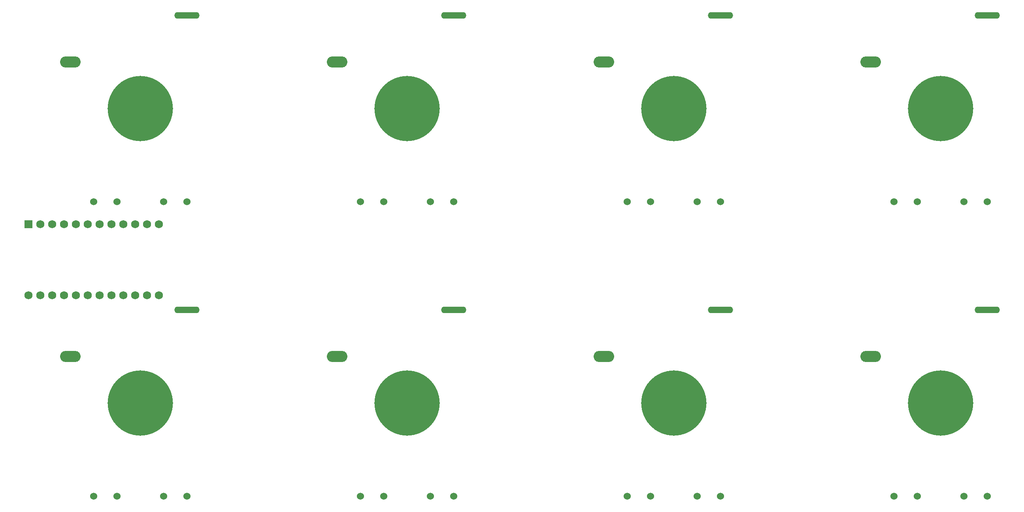
<source format=gts>
%TF.GenerationSoftware,KiCad,Pcbnew,(5.1.8)-1*%
%TF.CreationDate,2021-01-26T10:30:40+02:00*%
%TF.ProjectId,bigartsey,62696761-7274-4736-9579-2e6b69636164,rev?*%
%TF.SameCoordinates,Original*%
%TF.FileFunction,Soldermask,Top*%
%TF.FilePolarity,Negative*%
%FSLAX46Y46*%
G04 Gerber Fmt 4.6, Leading zero omitted, Abs format (unit mm)*
G04 Created by KiCad (PCBNEW (5.1.8)-1) date 2021-01-26 10:30:40*
%MOMM*%
%LPD*%
G01*
G04 APERTURE LIST*
%ADD10C,1.752600*%
%ADD11R,1.752600X1.752600*%
%ADD12C,14.000000*%
%ADD13C,1.524000*%
%ADD14O,5.400000X1.400000*%
%ADD15O,4.400000X2.400000*%
G04 APERTURE END LIST*
D10*
%TO.C,U1*%
X38862000Y-96774000D03*
X66802000Y-81534000D03*
X41402000Y-96774000D03*
X43942000Y-96774000D03*
X46482000Y-96774000D03*
X49022000Y-96774000D03*
X51562000Y-96774000D03*
X54102000Y-96774000D03*
X56642000Y-96774000D03*
X59182000Y-96774000D03*
X61722000Y-96774000D03*
X64262000Y-96774000D03*
X66802000Y-96774000D03*
X64262000Y-81534000D03*
X61722000Y-81534000D03*
X59182000Y-81534000D03*
X56642000Y-81534000D03*
X54102000Y-81534000D03*
X51562000Y-81534000D03*
X49022000Y-81534000D03*
X46482000Y-81534000D03*
X43942000Y-81534000D03*
X41402000Y-81534000D03*
D11*
X38862000Y-81534000D03*
%TD*%
D12*
%TO.C,SW8*%
X234251500Y-119855500D03*
D13*
X224251500Y-139855500D03*
X229251500Y-139855500D03*
X239251500Y-139855500D03*
X244251500Y-139855500D03*
D14*
X244251500Y-99855500D03*
D15*
X219251500Y-109855500D03*
%TD*%
D12*
%TO.C,SW7*%
X234251500Y-56705500D03*
D13*
X224251500Y-76705500D03*
X229251500Y-76705500D03*
X239251500Y-76705500D03*
X244251500Y-76705500D03*
D14*
X244251500Y-36705500D03*
D15*
X219251500Y-46705500D03*
%TD*%
D12*
%TO.C,SW6*%
X177101500Y-119855500D03*
D13*
X167101500Y-139855500D03*
X172101500Y-139855500D03*
X182101500Y-139855500D03*
X187101500Y-139855500D03*
D14*
X187101500Y-99855500D03*
D15*
X162101500Y-109855500D03*
%TD*%
D12*
%TO.C,SW5*%
X119951500Y-119855500D03*
D13*
X109951500Y-139855500D03*
X114951500Y-139855500D03*
X124951500Y-139855500D03*
X129951500Y-139855500D03*
D14*
X129951500Y-99855500D03*
D15*
X104951500Y-109855500D03*
%TD*%
D12*
%TO.C,SW4*%
X177101500Y-56705500D03*
D13*
X167101500Y-76705500D03*
X172101500Y-76705500D03*
X182101500Y-76705500D03*
X187101500Y-76705500D03*
D14*
X187101500Y-36705500D03*
D15*
X162101500Y-46705500D03*
%TD*%
D12*
%TO.C,SW3*%
X119951500Y-56705500D03*
D13*
X109951500Y-76705500D03*
X114951500Y-76705500D03*
X124951500Y-76705500D03*
X129951500Y-76705500D03*
D14*
X129951500Y-36705500D03*
D15*
X104951500Y-46705500D03*
%TD*%
D12*
%TO.C,SW2*%
X62801500Y-119855500D03*
D13*
X52801500Y-139855500D03*
X57801500Y-139855500D03*
X67801500Y-139855500D03*
X72801500Y-139855500D03*
D14*
X72801500Y-99855500D03*
D15*
X47801500Y-109855500D03*
%TD*%
D12*
%TO.C,SW1*%
X62801500Y-56705500D03*
D13*
X52801500Y-76705500D03*
X57801500Y-76705500D03*
X67801500Y-76705500D03*
X72801500Y-76705500D03*
D14*
X72801500Y-36705500D03*
D15*
X47801500Y-46705500D03*
%TD*%
M02*

</source>
